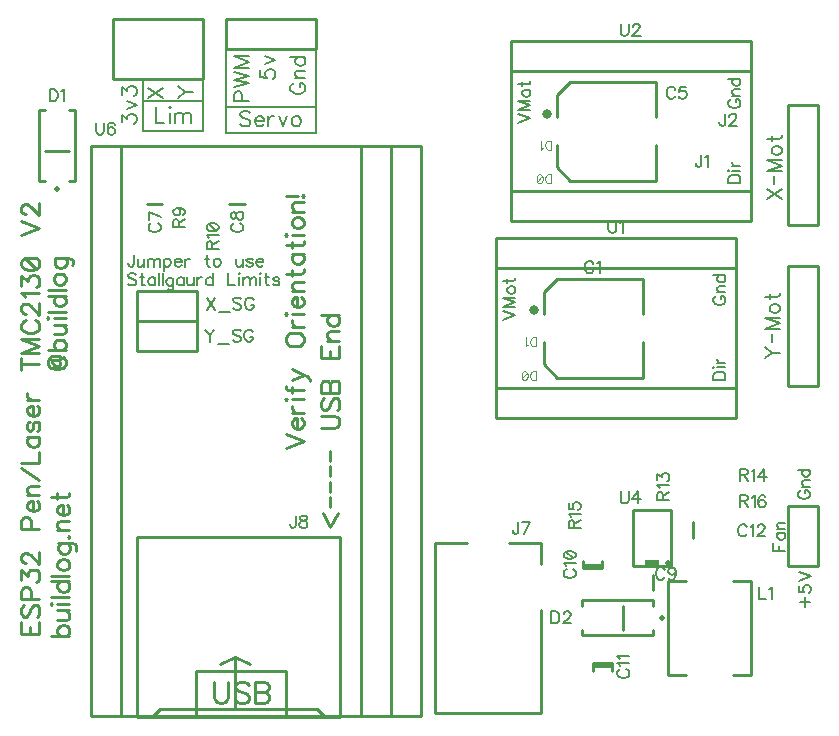
<source format=gbr>
G04 DipTrace 3.3.1.3*
G04 TopSilk.gbr*
%MOIN*%
G04 #@! TF.FileFunction,Legend,Top*
G04 #@! TF.Part,Single*
%ADD10C,0.009843*%
%ADD22C,0.008*%
%ADD23C,0.031499*%
%ADD28C,0.019677*%
%ADD30C,0.019695*%
%ADD46C,0.019705*%
%ADD107C,0.006176*%
%ADD108C,0.00772*%
%ADD109C,0.009264*%
%ADD111C,0.004632*%
%ADD112C,0.010807*%
%FSLAX26Y26*%
G04*
G70*
G90*
G75*
G01*
G04 TopSilk*
%LPD*%
X2224532Y1852451D2*
D10*
X2509775D1*
X2179606Y1807571D2*
X2224532Y1852451D1*
Y1522451D2*
X2509775D1*
X2179606Y1567331D2*
X2224532Y1522451D1*
X2179606Y1734707D2*
Y1807571D1*
Y1567331D2*
Y1640195D1*
X2509775Y1734707D2*
Y1852451D1*
Y1522451D2*
Y1640195D1*
D23*
X2147835Y1746488D3*
X2268282Y2508700D2*
D10*
X2553526D1*
X2223356Y2463820D2*
X2268282Y2508700D1*
Y2178700D2*
X2553526D1*
X2223356Y2223580D2*
X2268282Y2178700D1*
X2223356Y2390956D2*
Y2463820D1*
Y2223580D2*
Y2296444D1*
X2553526Y2390956D2*
Y2508700D1*
Y2178700D2*
Y2296444D1*
D23*
X2191586Y2402737D3*
X906771Y2102340D2*
D10*
X855629D1*
X1181771D2*
X1130629D1*
X2544613Y864562D2*
Y813420D1*
X2372718Y896779D2*
X2309789D1*
X2372718Y889330D2*
X2309789D1*
X2372718D2*
Y912889D1*
X2309789Y889330D2*
Y912889D1*
X2343023Y562183D2*
X2405952D1*
X2343023Y569632D2*
X2405952D1*
X2343023D2*
Y546073D1*
X2405952Y569632D2*
Y546073D1*
X2676894Y989420D2*
Y1040562D1*
X516834Y2179321D2*
X497145D1*
Y2415545D1*
X516834D1*
X595566Y2179321D2*
X615255D1*
Y2415545D1*
X595566D1*
X516834Y2277767D2*
X595566D1*
D28*
X556200Y2149807D3*
X2542633Y682625D2*
D10*
Y662936D1*
X2306408D1*
Y682625D1*
X2542633Y761357D2*
Y781046D1*
X2306408D1*
Y761357D1*
X2444187Y682625D2*
Y761357D1*
D30*
X2572147Y721991D3*
X1668700Y1919400D2*
D10*
Y1927000D1*
Y467800D2*
Y2293700D1*
Y393700D2*
Y467800D1*
X1768700Y393700D2*
X1668700D1*
X1768700D2*
Y2293700D1*
X1668700D1*
X3093700Y2431200D2*
X2993700D1*
X3093700Y2031200D2*
Y2431200D1*
X2993700Y2031200D2*
Y2431200D1*
X3093700Y2031200D2*
X2993700D1*
X852000Y2518700D2*
X1043700D1*
X743700D2*
X1043700D1*
X743700Y2718700D2*
X1043700D1*
X743700Y2518700D2*
Y2718700D1*
X1043700Y2518700D2*
Y2718700D1*
X3093700Y1893700D2*
X2993700D1*
X3093700Y1493700D2*
Y1893700D1*
X2993700Y1493700D2*
Y1893700D1*
X3093700Y1493700D2*
X2993700D1*
X1118719Y2718705D2*
X1418681D1*
Y2618700D1*
X1118719D1*
Y2718705D1*
X2170885Y748796D2*
Y404330D1*
X1816543D1*
Y408265D1*
Y404330D2*
Y971264D1*
X1922837D1*
X2064550D2*
X2170885D1*
Y902336D1*
X874954Y391291D2*
X899929Y416311D1*
X824936Y391291D2*
X1499936D1*
Y991291D1*
X824936D1*
Y391291D1*
X899929Y416311D2*
X1424944D1*
X1449919Y391291D1*
X1149949Y416311D2*
Y591271D1*
X1099931Y566311D1*
X1149949Y591271D2*
X1199966Y566311D1*
X1024949Y1712451D2*
Y1812451D1*
X824949Y1712451D2*
X1024949D1*
X824949D2*
Y1812451D1*
X1024949D1*
Y1612451D2*
Y1712451D1*
X824949Y1612451D2*
X1024949D1*
X824949D2*
Y1712451D1*
X1024949D1*
X2809436Y846081D2*
X2868495D1*
Y531114D1*
X2809436D1*
X2651964D2*
X2592905D1*
Y846081D1*
X2651964D1*
X2018700Y1387451D2*
X2818700D1*
Y1487471D1*
X2018700D1*
Y1387451D1*
Y1887431D2*
X2818700D1*
Y1987451D1*
X2018700D1*
Y1887431D1*
Y1487471D2*
X2818700D1*
Y1887431D1*
X2018700D1*
Y1487471D1*
X2068700Y2043700D2*
X2868700D1*
Y2143720D1*
X2068700D1*
Y2043700D1*
Y2543680D2*
X2868700D1*
Y2643700D1*
X2068700D1*
Y2543680D1*
Y2143720D2*
X2868700D1*
Y2543680D1*
X2068700D1*
Y2143720D1*
X2475894Y893254D2*
X2603851D1*
Y1080262D1*
X2475894D1*
Y893254D1*
D46*
X2593999Y903100D3*
G36*
X2515249Y893254D2*
X2564469D1*
Y912946D1*
X2515249D1*
Y893254D1*
G37*
X668700Y2293717D2*
D10*
X1668700D1*
Y393700D1*
X668700D1*
Y2293717D1*
X768700D2*
Y393700D1*
X1568700Y2293717D2*
Y393700D1*
X852600Y2294145D2*
D3*
X1018700Y543600D2*
X1318700D1*
Y393700D1*
X1018700D1*
Y543600D1*
X3093700Y1093700D2*
X2993700D1*
X3093700Y893700D2*
Y1093700D1*
Y893700D2*
X2993700D1*
Y1093700D1*
X843700Y2518700D2*
D22*
X1043700D1*
Y2343700D1*
X843700D1*
Y2518700D1*
Y2443700D2*
X1043700D1*
X1118700Y2618700D2*
X1418700D1*
Y2424949D1*
X1118700D1*
Y2618700D1*
Y2424949D2*
X1418700D1*
Y2337451D1*
X1118700D1*
Y2424949D1*
X2344614Y1901479D2*
D107*
X2342713Y1905281D1*
X2338866Y1909128D1*
X2335064Y1911029D1*
X2327414D1*
X2323568Y1909128D1*
X2319765Y1905281D1*
X2317820Y1901479D1*
X2315918Y1895731D1*
Y1886136D1*
X2317820Y1880432D1*
X2319765Y1876585D1*
X2323568Y1872783D1*
X2327414Y1870837D1*
X2335064D1*
X2338866Y1872783D1*
X2342713Y1876585D1*
X2344614Y1880432D1*
X2356966Y1903336D2*
X2360812Y1905281D1*
X2366560Y1910985D1*
Y1870837D1*
X2617265Y2482728D2*
X2615364Y2486530D1*
X2611517Y2490377D1*
X2607714Y2492278D1*
X2600065D1*
X2596218Y2490377D1*
X2592416Y2486530D1*
X2590470Y2482728D1*
X2588569Y2476980D1*
Y2467385D1*
X2590470Y2461681D1*
X2592416Y2457834D1*
X2596218Y2454032D1*
X2600065Y2452086D1*
X2607714D1*
X2611517Y2454032D1*
X2615364Y2457834D1*
X2617265Y2461681D1*
X2652564Y2492234D2*
X2633463D1*
X2631562Y2475034D1*
X2633463Y2476936D1*
X2639211Y2478881D1*
X2644915D1*
X2650663Y2476936D1*
X2654510Y2473133D1*
X2656411Y2467385D1*
Y2463583D1*
X2654510Y2457834D1*
X2650663Y2453988D1*
X2644915Y2452086D1*
X2639211D1*
X2633463Y2453988D1*
X2631562Y2455933D1*
X2629616Y2459736D1*
X871394Y2036743D2*
X867591Y2034841D1*
X863745Y2030995D1*
X861843Y2027192D1*
Y2019543D1*
X863745Y2015696D1*
X867591Y2011894D1*
X871394Y2009948D1*
X877142Y2008047D1*
X886737D1*
X892441Y2009948D1*
X896287Y2011894D1*
X900090Y2015696D1*
X902035Y2019543D1*
Y2027192D1*
X900090Y2030995D1*
X896287Y2034841D1*
X892441Y2036743D1*
X902035Y2056743D2*
X861888Y2075889D1*
Y2049094D1*
X1146394Y2036765D2*
X1142591Y2034864D1*
X1138745Y2031017D1*
X1136843Y2027214D1*
Y2019565D1*
X1138745Y2015718D1*
X1142591Y2011916D1*
X1146394Y2009970D1*
X1152142Y2008069D1*
X1161737D1*
X1167441Y2009970D1*
X1171287Y2011916D1*
X1175090Y2015718D1*
X1177035Y2019565D1*
Y2027214D1*
X1175090Y2031017D1*
X1171287Y2034864D1*
X1167441Y2036765D1*
X1136888Y2058667D2*
X1138789Y2052963D1*
X1142591Y2051018D1*
X1146438D1*
X1150241Y2052963D1*
X1152186Y2056766D1*
X1154087Y2064415D1*
X1155989Y2070163D1*
X1159836Y2073965D1*
X1163638Y2075867D1*
X1169386D1*
X1173189Y2073965D1*
X1175134Y2072064D1*
X1177035Y2066316D1*
Y2058667D1*
X1175134Y2052963D1*
X1173189Y2051017D1*
X1169386Y2049116D1*
X1163638D1*
X1159836Y2051017D1*
X1155989Y2054864D1*
X1154087Y2060568D1*
X1152186Y2068217D1*
X1150241Y2072064D1*
X1146438Y2073965D1*
X1142591D1*
X1138789Y2072064D1*
X1136888Y2066316D1*
Y2058667D1*
X2581962Y880047D2*
X2580061Y883849D1*
X2576214Y887696D1*
X2572412Y889597D1*
X2564762D1*
X2560916Y887696D1*
X2557113Y883849D1*
X2555168Y880047D1*
X2553266Y874299D1*
Y864704D1*
X2555168Y859000D1*
X2557113Y855153D1*
X2560916Y851351D1*
X2564762Y849405D1*
X2572412D1*
X2576214Y851351D1*
X2580061Y855153D1*
X2581962Y859000D1*
X2619207Y876200D2*
X2617262Y870452D1*
X2613459Y866605D1*
X2607711Y864704D1*
X2605810D1*
X2600062Y866605D1*
X2596259Y870452D1*
X2594314Y876200D1*
Y878101D1*
X2596259Y883849D1*
X2600062Y887652D1*
X2605810Y889553D1*
X2607711D1*
X2613459Y887652D1*
X2617262Y883849D1*
X2619207Y876200D1*
Y866605D1*
X2617262Y857055D1*
X2613459Y851307D1*
X2607711Y849405D1*
X2603909D1*
X2598160Y851307D1*
X2596259Y855153D1*
X2255293Y883411D2*
X2251490Y881510D1*
X2247644Y877663D1*
X2245742Y873861D1*
Y866212D1*
X2247644Y862365D1*
X2251490Y858562D1*
X2255293Y856617D1*
X2261041Y854715D1*
X2270636D1*
X2276339Y856617D1*
X2280186Y858562D1*
X2283989Y862365D1*
X2285934Y866211D1*
Y873861D1*
X2283989Y877663D1*
X2280186Y881510D1*
X2276340Y883411D1*
X2253436Y895763D2*
X2251490Y899610D1*
X2245787Y905358D1*
X2285934Y905357D1*
X2245787Y929205D2*
X2247688Y923457D1*
X2253436Y919610D1*
X2262986Y917709D1*
X2268734D1*
X2278285Y919610D1*
X2284033Y923457D1*
X2285934Y929205D1*
Y933007D1*
X2284033Y938756D1*
X2278285Y942558D1*
X2268734Y944504D1*
X2262986D1*
X2253436Y942558D1*
X2247688Y938756D1*
X2245787Y933008D1*
Y929205D1*
X2253436Y942558D2*
X2278285Y919610D1*
X2433777Y550254D2*
X2429975Y548353D1*
X2426128Y544506D1*
X2424227Y540704D1*
Y533054D1*
X2426128Y529208D1*
X2429975Y525405D1*
X2433777Y523459D1*
X2439525Y521558D1*
X2449120D1*
X2454824Y523459D1*
X2458671Y525405D1*
X2462473Y529207D1*
X2464419Y533054D1*
Y540703D1*
X2462473Y544506D1*
X2458671Y548353D1*
X2454824Y550254D1*
X2431920Y562605D2*
X2429975Y566452D1*
X2424271Y572200D1*
X2464419D1*
X2431920Y584552D2*
X2429975Y588398D1*
X2424271Y594146D1*
X2464419D1*
X2856073Y1023560D2*
X2854171Y1027362D1*
X2850325Y1031209D1*
X2846522Y1033110D1*
X2838873D1*
X2835026Y1031209D1*
X2831224Y1027362D1*
X2829278Y1023560D1*
X2827377Y1017812D1*
Y1008217D1*
X2829278Y1002513D1*
X2831224Y998667D1*
X2835026Y994864D1*
X2838873Y992918D1*
X2846522D1*
X2850325Y994864D1*
X2854171Y998667D1*
X2856073Y1002513D1*
X2868424Y1025417D2*
X2872271Y1027362D1*
X2878019Y1033066D1*
Y992918D1*
X2892316Y1023516D2*
Y1025417D1*
X2894217Y1029264D1*
X2896118Y1031165D1*
X2899965Y1033066D1*
X2907614D1*
X2911417Y1031165D1*
X2913318Y1029264D1*
X2915264Y1025417D1*
Y1021614D1*
X2913318Y1017768D1*
X2909516Y1012064D1*
X2890370Y992918D1*
X2917165D1*
X531830Y2483971D2*
Y2443779D1*
X545227D1*
X550975Y2445725D1*
X554822Y2449527D1*
X556723Y2453374D1*
X558624Y2459078D1*
Y2468673D1*
X556723Y2474421D1*
X554822Y2478223D1*
X550975Y2482070D1*
X545227Y2483971D1*
X531830D1*
X570976Y2476278D2*
X574822Y2478223D1*
X580570Y2483927D1*
Y2443779D1*
X2204546Y743134D2*
Y702942D1*
X2217943D1*
X2223691Y704888D1*
X2227538Y708690D1*
X2229439Y712537D1*
X2231341Y718241D1*
Y727835D1*
X2229439Y733584D1*
X2227538Y737386D1*
X2223691Y741233D1*
X2217943Y743134D1*
X2204546D1*
X2245637Y733539D2*
Y735441D1*
X2247539Y739287D1*
X2249440Y741189D1*
X2253287Y743090D1*
X2260936D1*
X2264739Y741189D1*
X2266640Y739287D1*
X2268585Y735441D1*
Y731638D1*
X2266640Y727791D1*
X2262837Y722087D1*
X2243692Y702942D1*
X2270487D1*
X2704800Y2264778D2*
Y2234181D1*
X2702898Y2228433D1*
X2700953Y2226532D1*
X2697150Y2224586D1*
X2693304D1*
X2689501Y2226532D1*
X2687600Y2228433D1*
X2685654Y2234181D1*
Y2237984D1*
X2717151Y2257085D2*
X2720998Y2259030D1*
X2726746Y2264734D1*
Y2224586D1*
X2783700Y2402278D2*
Y2371681D1*
X2781798Y2365933D1*
X2779853Y2364032D1*
X2776050Y2362086D1*
X2772204D1*
X2768401Y2364032D1*
X2766500Y2365933D1*
X2764554Y2371681D1*
Y2375484D1*
X2797997Y2392684D2*
Y2394585D1*
X2799898Y2398432D1*
X2801799Y2400333D1*
X2805646Y2402234D1*
X2813295D1*
X2817098Y2400333D1*
X2818999Y2398432D1*
X2820944Y2394585D1*
Y2390782D1*
X2818999Y2386936D1*
X2815196Y2381232D1*
X2796051Y2362086D1*
X2822846D1*
X2094826Y1041649D2*
Y1011051D1*
X2092924Y1005303D1*
X2090979Y1003402D1*
X2087176Y1001457D1*
X2083330D1*
X2079527Y1003402D1*
X2077626Y1005303D1*
X2075680Y1011051D1*
Y1014854D1*
X2114826Y1001457D2*
X2133972Y1041604D1*
X2107177D1*
X1352458Y1062369D2*
Y1031772D1*
X1350557Y1026024D1*
X1348611Y1024122D1*
X1344809Y1022177D1*
X1340962D1*
X1337159Y1024122D1*
X1335258Y1026024D1*
X1333313Y1031772D1*
Y1035574D1*
X1374360Y1062325D2*
X1368656Y1060424D1*
X1366711Y1056621D1*
Y1052774D1*
X1368656Y1048972D1*
X1372459Y1047026D1*
X1380108Y1045125D1*
X1385856Y1043224D1*
X1389659Y1039377D1*
X1391560Y1035574D1*
Y1029826D1*
X1389659Y1026024D1*
X1387757Y1024078D1*
X1382009Y1022177D1*
X1374360D1*
X1368656Y1024078D1*
X1366711Y1026024D1*
X1364809Y1029826D1*
Y1035574D1*
X1366711Y1039377D1*
X1370557Y1043224D1*
X1376261Y1045125D1*
X1383911Y1047026D1*
X1387757Y1048972D1*
X1389659Y1052774D1*
Y1056621D1*
X1387757Y1060424D1*
X1382009Y1062325D1*
X1374360D1*
X2895753Y824038D2*
Y783846D1*
X2918701D1*
X2931052Y816345D2*
X2934899Y818290D1*
X2940647Y823994D1*
Y783846D1*
X962239Y2024082D2*
Y2041282D1*
X960294Y2047030D1*
X958393Y2048975D1*
X954590Y2050877D1*
X950743D1*
X946941Y2048975D1*
X944995Y2047030D1*
X943094Y2041282D1*
Y2024082D1*
X983286D1*
X962239Y2037479D2*
X983286Y2050877D1*
X956491Y2088121D2*
X962239Y2086176D1*
X966086Y2082373D1*
X967987Y2076625D1*
Y2074724D1*
X966086Y2068976D1*
X962239Y2065173D1*
X956491Y2063228D1*
X954590D1*
X948842Y2065173D1*
X945040Y2068976D1*
X943138Y2074724D1*
Y2076625D1*
X945040Y2082373D1*
X948842Y2086176D1*
X956491Y2088121D1*
X966086D1*
X975637Y2086176D1*
X981385Y2082373D1*
X983286Y2076625D1*
Y2072823D1*
X981385Y2067075D1*
X977538Y2065173D1*
X1074739Y1949658D2*
Y1966858D1*
X1072794Y1972606D1*
X1070893Y1974552D1*
X1067090Y1976453D1*
X1063243D1*
X1059441Y1974552D1*
X1057495Y1972606D1*
X1055594Y1966858D1*
Y1949658D1*
X1095786D1*
X1074739Y1963056D2*
X1095786Y1976453D1*
X1063288Y1988804D2*
X1061342Y1992651D1*
X1055638Y1998399D1*
X1095786D1*
X1055638Y2022246D2*
X1057540Y2016498D1*
X1063288Y2012652D1*
X1072838Y2010750D1*
X1078586D1*
X1088137Y2012652D1*
X1093885Y2016498D1*
X1095786Y2022246D1*
Y2026049D1*
X1093885Y2031797D1*
X1088137Y2035600D1*
X1078586Y2037545D1*
X1072838D1*
X1063288Y2035600D1*
X1057540Y2031797D1*
X1055638Y2026049D1*
Y2022246D1*
X1063288Y2035600D2*
X1088137Y2012652D1*
X2576793Y1115646D2*
Y1132846D1*
X2574848Y1138594D1*
X2572946Y1140540D1*
X2569144Y1142441D1*
X2565297D1*
X2561495Y1140540D1*
X2559549Y1138594D1*
X2557648Y1132846D1*
Y1115646D1*
X2597840D1*
X2576793Y1129044D2*
X2597840Y1142441D1*
X2565341Y1154792D2*
X2563396Y1158639D1*
X2557692Y1164387D1*
X2597840D1*
X2557692Y1180585D2*
Y1201588D1*
X2572991Y1190136D1*
Y1195884D1*
X2574892Y1199686D1*
X2576793Y1201588D1*
X2582541Y1203533D1*
X2586344D1*
X2592092Y1201588D1*
X2595939Y1197785D1*
X2597840Y1192037D1*
Y1186289D1*
X2595939Y1180585D1*
X2593993Y1178684D1*
X2590191Y1176739D1*
X2832707Y1198452D2*
X2849907D1*
X2855655Y1200397D1*
X2857601Y1202299D1*
X2859502Y1206101D1*
Y1209948D1*
X2857601Y1213751D1*
X2855655Y1215696D1*
X2849907Y1217597D1*
X2832707D1*
Y1177405D1*
X2846105Y1198452D2*
X2859502Y1177405D1*
X2871854Y1209904D2*
X2875700Y1211849D1*
X2881448Y1217553D1*
Y1177405D1*
X2912945D2*
Y1217553D1*
X2893800Y1190803D1*
X2922496D1*
X2281042Y1020146D2*
X2281043Y1037346D1*
X2279097Y1043094D1*
X2277196Y1045040D1*
X2273393Y1046941D1*
X2269546D1*
X2265744Y1045040D1*
X2263798Y1043094D1*
X2261897Y1037346D1*
Y1020146D1*
X2302089D1*
X2281043Y1033544D2*
X2302089Y1046941D1*
X2269591Y1059292D2*
X2267645Y1063139D1*
X2261941Y1068887D1*
X2302089D1*
X2261941Y1104187D2*
Y1085085D1*
X2279141Y1083184D1*
X2277240Y1085085D1*
X2275295Y1090833D1*
Y1096537D1*
X2277240Y1102285D1*
X2281043Y1106132D1*
X2286791Y1108033D1*
X2290593D1*
X2296341Y1106132D1*
X2300188Y1102285D1*
X2302089Y1096537D1*
Y1090833D1*
X2300188Y1085085D1*
X2298242Y1083184D1*
X2294440Y1081239D1*
X2833185Y1111452D2*
X2850385D1*
X2856133Y1113397D1*
X2858078Y1115299D1*
X2859979Y1119101D1*
Y1122948D1*
X2858078Y1126751D1*
X2856133Y1128696D1*
X2850385Y1130597D1*
X2833185D1*
Y1090405D1*
X2846582Y1111452D2*
X2859979Y1090405D1*
X2872331Y1122904D2*
X2876177Y1124849D1*
X2881926Y1130553D1*
Y1090405D1*
X2917225Y1124849D2*
X2915324Y1128652D1*
X2909576Y1130553D1*
X2905773D1*
X2900025Y1128652D1*
X2896178Y1122904D1*
X2894277Y1113353D1*
Y1103803D1*
X2896178Y1096153D1*
X2900025Y1092307D1*
X2905773Y1090405D1*
X2907674D1*
X2913378Y1092307D1*
X2917225Y1096153D1*
X2919126Y1101901D1*
Y1103803D1*
X2917225Y1109551D1*
X2913378Y1113353D1*
X2907674Y1115255D1*
X2905773D1*
X2900025Y1113353D1*
X2896178Y1109551D1*
X2894277Y1103803D1*
X2394330Y2046029D2*
Y2017333D1*
X2396231Y2011585D1*
X2400078Y2007783D1*
X2405826Y2005837D1*
X2409628D1*
X2415376Y2007783D1*
X2419223Y2011585D1*
X2421124Y2017333D1*
Y2046029D1*
X2433476Y2038336D2*
X2437322Y2040281D1*
X2443070Y2045985D1*
Y2005837D1*
X2435730Y2702278D2*
Y2673583D1*
X2437631Y2667834D1*
X2441478Y2664032D1*
X2447226Y2662086D1*
X2451028D1*
X2456776Y2664032D1*
X2460623Y2667834D1*
X2462524Y2673583D1*
Y2702278D1*
X2476821Y2692684D2*
Y2694585D1*
X2478722Y2698432D1*
X2480624Y2700333D1*
X2484470Y2702234D1*
X2492120D1*
X2495922Y2700333D1*
X2497824Y2698432D1*
X2499769Y2694585D1*
Y2690782D1*
X2497824Y2686936D1*
X2494021Y2681232D1*
X2474876Y2662086D1*
X2501670D1*
X2435003Y1143613D2*
Y1114917D1*
X2436905Y1109169D1*
X2440751Y1105367D1*
X2446499Y1103421D1*
X2450302D1*
X2456050Y1105367D1*
X2459897Y1109169D1*
X2461798Y1114917D1*
Y1143613D1*
X2493295Y1103421D2*
Y1143569D1*
X2474149Y1116818D1*
X2502845D1*
X686702Y2371767D2*
Y2343071D1*
X688604Y2337323D1*
X692450Y2333520D1*
X698198Y2331575D1*
X702001D1*
X707749Y2333520D1*
X711596Y2337323D1*
X713497Y2343071D1*
Y2371767D1*
X748796Y2366019D2*
X746895Y2369821D1*
X741147Y2371722D1*
X737345D1*
X731596Y2369821D1*
X727750Y2364073D1*
X725848Y2354523D1*
Y2344972D1*
X727750Y2337323D1*
X731596Y2333476D1*
X737345Y2331575D1*
X739246D1*
X744950Y2333476D1*
X748796Y2337323D1*
X750698Y2343071D1*
Y2344972D1*
X748796Y2350720D1*
X744950Y2354523D1*
X739246Y2356424D1*
X737345D1*
X731596Y2354523D1*
X727750Y2350720D1*
X725848Y2344972D1*
X1200946Y2403232D2*
D108*
X1196192Y2408041D1*
X1189007Y2410417D1*
X1179446D1*
X1172261Y2408041D1*
X1167452Y2403232D1*
Y2398479D1*
X1169884Y2393670D1*
X1172261Y2391294D1*
X1177014Y2388917D1*
X1191384Y2384109D1*
X1196192Y2381732D1*
X1198569Y2379300D1*
X1200946Y2374547D1*
Y2367362D1*
X1196192Y2362609D1*
X1189007Y2360177D1*
X1179446D1*
X1172261Y2362609D1*
X1167452Y2367362D1*
X1216385Y2379300D2*
X1245070D1*
Y2384109D1*
X1242693Y2388917D1*
X1240316Y2391294D1*
X1235508Y2393670D1*
X1228323D1*
X1223570Y2391294D1*
X1218761Y2386485D1*
X1216385Y2379300D1*
Y2374547D1*
X1218761Y2367362D1*
X1223570Y2362609D1*
X1228323Y2360177D1*
X1235508D1*
X1240316Y2362609D1*
X1245070Y2367362D1*
X1260509Y2393670D2*
Y2360177D1*
Y2379300D2*
X1262941Y2386485D1*
X1267694Y2391294D1*
X1272502Y2393670D1*
X1279687D1*
X1295127D2*
X1309497Y2360177D1*
X1323812Y2393670D1*
X1351189D2*
X1346436Y2391294D1*
X1341627Y2386485D1*
X1339251Y2379300D1*
Y2374547D1*
X1341627Y2367362D1*
X1346436Y2362609D1*
X1351189Y2360177D1*
X1358374D1*
X1363183Y2362609D1*
X1367936Y2367362D1*
X1370368Y2374547D1*
Y2379300D1*
X1367936Y2386485D1*
X1363183Y2391294D1*
X1358374Y2393670D1*
X1351189D1*
X772083Y2373136D2*
Y2399389D1*
X791206Y2385074D1*
Y2392259D1*
X793583Y2397013D1*
X795959Y2399389D1*
X803144Y2401821D1*
X807897D1*
X815082Y2399389D1*
X819891Y2394636D1*
X822268Y2387451D1*
Y2380266D1*
X819891Y2373136D1*
X817459Y2370760D1*
X812706Y2368328D1*
X788774Y2417260D2*
X822267Y2431630D1*
X788774Y2445945D1*
X772083Y2466193D2*
Y2492446D1*
X791206Y2478131D1*
Y2485316D1*
X793583Y2490069D1*
X795959Y2492446D1*
X803144Y2494878D1*
X807897D1*
X815082Y2492446D1*
X819891Y2487693D1*
X822267Y2480508D1*
Y2473322D1*
X819891Y2466193D1*
X817459Y2463816D1*
X812706Y2461384D1*
X859527Y2455828D2*
X909768Y2489321D1*
X859528D2*
X909767Y2455828D1*
X959527D2*
X983459Y2474951D1*
X1009768D1*
X959528Y2494074D2*
X983459Y2474951D1*
X1173336Y2443328D2*
Y2464883D1*
X1170959Y2472013D1*
X1168527Y2474444D1*
X1163774Y2476821D1*
X1156589D1*
X1151836Y2474444D1*
X1149404Y2472013D1*
X1147027Y2464883D1*
Y2443328D1*
X1197267D1*
X1147028Y2492260D2*
X1197268Y2504254D1*
X1147028Y2516192D1*
X1197267Y2528130D1*
X1147028Y2540124D1*
X1197267Y2593809D2*
X1147028D1*
X1197267Y2574686D1*
X1147028Y2555563D1*
X1197267D1*
X1234583Y2547013D2*
Y2523136D1*
X1256083Y2520760D1*
X1253706Y2523136D1*
X1251274Y2530321D1*
Y2537451D1*
X1253706Y2544636D1*
X1258459Y2549444D1*
X1265644Y2551821D1*
X1270397D1*
X1277582Y2549444D1*
X1282391Y2544636D1*
X1284768Y2537451D1*
Y2530321D1*
X1282391Y2523136D1*
X1279959Y2520760D1*
X1275206Y2518328D1*
X1251274Y2567260D2*
X1284767Y2581630D1*
X1251274Y2595945D1*
X1346466Y2504198D2*
X1341713Y2501821D1*
X1336904Y2497013D1*
X1334527Y2492259D1*
Y2482698D1*
X1336904Y2477889D1*
X1341713Y2473136D1*
X1346466Y2470704D1*
X1353651Y2468328D1*
X1365644D1*
X1372774Y2470704D1*
X1377582Y2473136D1*
X1382336Y2477889D1*
X1384768Y2482698D1*
Y2492259D1*
X1382336Y2497012D1*
X1377582Y2501821D1*
X1372774Y2504198D1*
X1365644D1*
Y2492259D1*
X1351274Y2519637D2*
X1384768D1*
X1360836D2*
X1353651Y2526822D1*
X1351274Y2531630D1*
Y2538760D1*
X1353651Y2543568D1*
X1360836Y2545945D1*
X1384767D1*
X1334528Y2590069D2*
X1384767D1*
X1358459D2*
X1353651Y2585316D1*
X1351274Y2580508D1*
Y2573322D1*
X1353651Y2568569D1*
X1358459Y2563761D1*
X1365644Y2561384D1*
X1370397D1*
X1377582Y2563761D1*
X1382336Y2568569D1*
X1384767Y2573322D1*
Y2580508D1*
X1382336Y2585316D1*
X1377582Y2590069D1*
X437919Y706373D2*
D109*
Y669100D1*
X498207D1*
Y706373D1*
X466637Y669100D2*
Y692048D1*
X446541Y765092D2*
X440771Y759389D1*
X437919Y750767D1*
Y739293D1*
X440771Y730671D1*
X446541Y724900D1*
X452245D1*
X458015Y727819D1*
X460867Y730671D1*
X463719Y736374D1*
X469489Y753618D1*
X472341Y759389D1*
X475259Y762240D1*
X480963Y765092D1*
X489585D1*
X495289Y759389D1*
X498207Y750767D1*
Y739293D1*
X495289Y730671D1*
X489585Y724900D1*
X469489Y783619D2*
Y809486D1*
X466637Y818041D1*
X463719Y820960D1*
X458015Y823811D1*
X449393D1*
X443689Y820960D1*
X440771Y818041D1*
X437919Y809486D1*
Y783620D1*
X498207Y783619D1*
X437986Y848109D2*
Y879612D1*
X460933Y862435D1*
Y871057D1*
X463785Y876760D1*
X466637Y879612D1*
X475259Y882531D1*
X480963D1*
X489585Y879612D1*
X495355Y873909D1*
X498207Y865286D1*
Y856664D1*
X495355Y848109D1*
X492437Y845257D1*
X486733Y842339D1*
X452311Y903976D2*
X449460D1*
X443689Y906828D1*
X440837Y909680D1*
X437986Y915450D1*
Y926924D1*
X440837Y932628D1*
X443689Y935480D1*
X449460Y938398D1*
X455163D1*
X460933Y935480D1*
X469489Y929776D1*
X498207Y901058D1*
Y941250D1*
X469489Y1018098D2*
Y1043964D1*
X466637Y1052520D1*
X463719Y1055438D1*
X458015Y1058290D1*
X449393D1*
X443689Y1055438D1*
X440771Y1052520D1*
X437919Y1043964D1*
Y1018098D1*
X498207D1*
X475259Y1076817D2*
Y1111239D1*
X469489D1*
X463719Y1108387D1*
X460867Y1105535D1*
X458015Y1099765D1*
Y1091143D1*
X460867Y1085439D1*
X466637Y1079669D1*
X475259Y1076817D1*
X480963D1*
X489585Y1079669D1*
X495289Y1085439D1*
X498207Y1091143D1*
Y1099765D1*
X495289Y1105535D1*
X489585Y1111239D1*
X458015Y1129766D2*
X498207D1*
X469489D2*
X460867Y1138388D1*
X458015Y1144158D1*
Y1152714D1*
X460867Y1158484D1*
X469489Y1161336D1*
X498207D1*
Y1179863D2*
X437986Y1220055D1*
X437919Y1238582D2*
X498207D1*
Y1273004D1*
X458015Y1325953D2*
X498207D1*
X466637D2*
X460867Y1320249D1*
X458015Y1314479D1*
Y1305923D1*
X460867Y1300153D1*
X466637Y1294449D1*
X475259Y1291531D1*
X480963D1*
X489585Y1294449D1*
X495289Y1300153D1*
X498207Y1305923D1*
Y1314479D1*
X495289Y1320249D1*
X489585Y1325953D1*
X466637Y1376050D2*
X460867Y1373198D1*
X458015Y1364576D1*
Y1355954D1*
X460867Y1347332D1*
X466637Y1344480D1*
X472341Y1347332D1*
X475259Y1353102D1*
X478111Y1367428D1*
X480963Y1373198D1*
X486733Y1376050D1*
X489585D1*
X495289Y1373198D1*
X498207Y1364576D1*
Y1355954D1*
X495289Y1347332D1*
X489585Y1344480D1*
X475259Y1394577D2*
Y1428999D1*
X469489D1*
X463719Y1426147D1*
X460867Y1423295D1*
X458015Y1417525D1*
Y1408903D1*
X460867Y1403199D1*
X466637Y1397429D1*
X475259Y1394577D1*
X480963D1*
X489585Y1397429D1*
X495289Y1403199D1*
X498207Y1408903D1*
Y1417525D1*
X495289Y1423295D1*
X489585Y1428999D1*
X458015Y1447526D2*
X498207D1*
X475259D2*
X466637Y1450444D1*
X460867Y1456148D1*
X458015Y1461918D1*
Y1470540D1*
X437919Y1567485D2*
X498207D1*
X437919Y1547389D2*
Y1587581D1*
X498207Y1652003D2*
X437919D1*
X498207Y1629056D1*
X437919Y1606108D1*
X498207D1*
X452245Y1713574D2*
X446541Y1710723D1*
X440771Y1704952D1*
X437919Y1699249D1*
Y1687775D1*
X440771Y1682005D1*
X446541Y1676301D1*
X452245Y1673382D1*
X460867Y1670531D1*
X475259D1*
X483815Y1673382D1*
X489585Y1676301D1*
X495289Y1682005D1*
X498207Y1687775D1*
Y1699249D1*
X495289Y1704952D1*
X489585Y1710723D1*
X483815Y1713574D1*
X452311Y1735020D2*
X449459D1*
X443689Y1737872D1*
X440837Y1740724D1*
X437986Y1746494D1*
Y1757968D1*
X440837Y1763672D1*
X443689Y1766523D1*
X449459Y1769442D1*
X455163D1*
X460933Y1766523D1*
X469489Y1760820D1*
X498207Y1732102D1*
Y1772294D1*
X449459Y1790821D2*
X446541Y1796591D1*
X437986Y1805213D1*
X498207D1*
X437986Y1829510D2*
Y1861014D1*
X460933Y1843836D1*
Y1852458D1*
X463785Y1858162D1*
X466637Y1861014D1*
X475259Y1863932D1*
X480963D1*
X489585Y1861014D1*
X495355Y1855310D1*
X498207Y1846688D1*
Y1838066D1*
X495355Y1829510D1*
X492437Y1826658D1*
X486733Y1823740D1*
X437986Y1899703D2*
X440837Y1891081D1*
X449459Y1885311D1*
X463785Y1882459D1*
X472407D1*
X486733Y1885311D1*
X495355Y1891081D1*
X498207Y1899703D1*
Y1905407D1*
X495355Y1914029D1*
X486733Y1919733D1*
X472407Y1922651D1*
X463785D1*
X449459Y1919733D1*
X440837Y1914029D1*
X437986Y1905407D1*
Y1899703D1*
X449459Y1919733D2*
X486733Y1885311D1*
X437919Y1999499D2*
X498207Y2022447D1*
X437919Y2045395D1*
X452311Y2066840D2*
X449459D1*
X443689Y2069692D1*
X440837Y2072544D1*
X437986Y2078314D1*
Y2089788D1*
X440837Y2095492D1*
X443689Y2098344D1*
X449459Y2101262D1*
X455163D1*
X460933Y2098344D1*
X469489Y2092640D1*
X498207Y2063922D1*
Y2104114D1*
X537919Y662850D2*
X598207D1*
X566637D2*
X560867Y668620D1*
X558015Y674324D1*
Y682946D1*
X560867Y688650D1*
X566637Y694420D1*
X575259Y697272D1*
X580963D1*
X589585Y694420D1*
X595289Y688650D1*
X598207Y682946D1*
Y674324D1*
X595289Y668620D1*
X589585Y662850D1*
X558015Y715799D2*
X586733D1*
X595289Y718651D1*
X598207Y724421D1*
Y733043D1*
X595289Y738747D1*
X586733Y747369D1*
X558015D2*
X598207D1*
X537919Y765896D2*
X540771Y768748D1*
X537919Y771666D1*
X535001Y768748D1*
X537919Y765896D1*
X558015Y768748D2*
X598207D1*
X537919Y790193D2*
X598207D1*
X537919Y843142D2*
X598207D1*
X566637D2*
X560867Y837439D1*
X558015Y831668D1*
Y823046D1*
X560867Y817343D1*
X566637Y811572D1*
X575259Y808721D1*
X580963D1*
X589585Y811572D1*
X595289Y817343D1*
X598207Y823046D1*
Y831668D1*
X595289Y837439D1*
X589585Y843142D1*
X537919Y861669D2*
X598207D1*
X558015Y894522D2*
X560867Y888819D1*
X566637Y883048D1*
X575259Y880197D1*
X580963D1*
X589585Y883048D1*
X595289Y888819D1*
X598207Y894522D1*
Y903144D1*
X595289Y908915D1*
X589585Y914618D1*
X580963Y917537D1*
X575259D1*
X566637Y914618D1*
X560867Y908915D1*
X558015Y903144D1*
Y894522D1*
X560867Y970486D2*
X606829D1*
X615385Y967634D1*
X618303Y964782D1*
X621155Y959012D1*
Y950390D1*
X618303Y944686D1*
X569489Y970486D2*
X563785Y964782D1*
X560867Y959012D1*
Y950390D1*
X563785Y944686D1*
X569489Y938916D1*
X578111Y936064D1*
X583881D1*
X592437Y938916D1*
X598207Y944686D1*
X601059Y950390D1*
Y959012D1*
X598207Y964782D1*
X592437Y970486D1*
Y991865D2*
X595355Y989013D1*
X598207Y991865D1*
X595355Y994783D1*
X592437Y991865D1*
X558015Y1013310D2*
X598207D1*
X569489D2*
X560867Y1021932D1*
X558015Y1027702D1*
Y1036258D1*
X560867Y1042028D1*
X569489Y1044880D1*
X598207D1*
X575259Y1063407D2*
Y1097829D1*
X569489D1*
X563719Y1094977D1*
X560867Y1092125D1*
X558015Y1086355D1*
Y1077733D1*
X560867Y1072029D1*
X566637Y1066259D1*
X575259Y1063407D1*
X580963D1*
X589585Y1066259D1*
X595289Y1072029D1*
X598207Y1077733D1*
Y1086355D1*
X595289Y1092125D1*
X589585Y1097829D1*
X537919Y1124978D2*
X586733D1*
X595289Y1127830D1*
X598207Y1133600D1*
Y1139304D1*
X558015Y1116356D2*
Y1136452D1*
X539811Y1581920D2*
Y1573298D1*
X542663Y1567594D1*
X545515Y1564676D1*
X551285Y1561824D1*
X562759D1*
X565611Y1564676D1*
Y1570446D1*
X562759Y1581920D1*
X568463Y1584772D1*
Y1587624D1*
X562759Y1593394D1*
X548433Y1596246D1*
X539811Y1593394D1*
X534041Y1590542D1*
X528337Y1584772D1*
X525486Y1579068D1*
Y1567594D1*
X528337Y1561824D1*
X534041Y1556120D1*
X539811Y1553202D1*
X548433Y1550350D1*
X562759D1*
X571381Y1553202D1*
X577085Y1556120D1*
X582855Y1561824D1*
X585707Y1567594D1*
Y1579068D1*
X582855Y1584772D1*
X577085Y1590542D1*
X536960Y1581920D2*
X562759D1*
X525419Y1614773D2*
X585707D1*
X554137D2*
X548367Y1620543D1*
X545515Y1626247D1*
Y1634869D1*
X548367Y1640573D1*
X554137Y1646343D1*
X562759Y1649195D1*
X568463D1*
X577085Y1646343D1*
X582789Y1640573D1*
X585707Y1634869D1*
Y1626247D1*
X582789Y1620543D1*
X577085Y1614773D1*
X545515Y1667722D2*
X574233D1*
X582789Y1670574D1*
X585707Y1676344D1*
Y1684966D1*
X582789Y1690670D1*
X574233Y1699292D1*
X545515D2*
X585707D1*
X525419Y1717819D2*
X528271Y1720671D1*
X525419Y1723589D1*
X522501Y1720671D1*
X525419Y1717819D1*
X545515Y1720671D2*
X585707D1*
X525419Y1742116D2*
X585707D1*
X525419Y1795065D2*
X585707D1*
X554137D2*
X548367Y1789361D1*
X545515Y1783591D1*
Y1774969D1*
X548367Y1769265D1*
X554137Y1763495D1*
X562759Y1760643D1*
X568463D1*
X577085Y1763495D1*
X582789Y1769265D1*
X585707Y1774969D1*
Y1783591D1*
X582789Y1789361D1*
X577085Y1795065D1*
X525419Y1813592D2*
X585707D1*
X545515Y1846445D2*
X548367Y1840742D1*
X554137Y1834971D1*
X562759Y1832119D1*
X568463D1*
X577085Y1834971D1*
X582789Y1840742D1*
X585707Y1846445D1*
Y1855067D1*
X582789Y1860838D1*
X577085Y1866541D1*
X568463Y1869460D1*
X562759D1*
X554137Y1866541D1*
X548367Y1860838D1*
X545515Y1855067D1*
Y1846445D1*
X548367Y1922409D2*
X594329D1*
X602885Y1919557D1*
X605803Y1916705D1*
X608655Y1910935D1*
Y1902313D1*
X605803Y1896609D1*
X556989Y1922409D2*
X551285Y1916705D1*
X548367Y1910935D1*
Y1902313D1*
X551285Y1896609D1*
X556989Y1890839D1*
X565611Y1887987D1*
X571381D1*
X579937Y1890839D1*
X585707Y1896609D1*
X588559Y1902313D1*
Y1910935D1*
X585707Y1916705D1*
X579937Y1922409D1*
X886202Y2422917D2*
D108*
Y2372677D1*
X914886D1*
X930326Y2422917D2*
X932702Y2420541D1*
X935134Y2422917D1*
X932702Y2425349D1*
X930326Y2422917D1*
X932702Y2406170D2*
Y2372677D1*
X950573Y2406170D2*
Y2372677D1*
Y2396609D2*
X957758Y2403794D1*
X962567Y2406170D1*
X969697D1*
X974505Y2403794D1*
X976882Y2396609D1*
Y2372677D1*
Y2396609D2*
X984067Y2403794D1*
X988875Y2406170D1*
X996005D1*
X1000813Y2403794D1*
X1003245Y2396609D1*
Y2372677D1*
X2915777Y1587078D2*
X2939709Y1606201D1*
X2966018D1*
X2915778Y1625324D2*
X2939709Y1606201D1*
X2940925Y1640763D2*
Y1668398D1*
X2966017Y1722084D2*
X2915778D1*
X2966017Y1702961D1*
X2915778Y1683837D1*
X2966017D1*
X2932524Y1749461D2*
X2934901Y1744708D1*
X2939709Y1739900D1*
X2946894Y1737523D1*
X2951647D1*
X2958832Y1739900D1*
X2963586Y1744708D1*
X2966017Y1749461D1*
Y1756646D1*
X2963586Y1761455D1*
X2958832Y1766208D1*
X2951647Y1768640D1*
X2946894D1*
X2939709Y1766208D1*
X2934901Y1761455D1*
X2932524Y1756646D1*
Y1749461D1*
X2915777Y1791264D2*
X2956456D1*
X2963586Y1793641D1*
X2966017Y1798449D1*
Y1803202D1*
X2932524Y1784079D2*
Y1800826D1*
X2922027Y2118328D2*
X2972268Y2151821D1*
X2922028D2*
X2972267Y2118328D1*
X2947175Y2167260D2*
Y2194895D1*
X2972267Y2248581D2*
X2922028D1*
X2972267Y2229457D1*
X2922028Y2210334D1*
X2972267D1*
X2938774Y2275958D2*
X2941151Y2271205D1*
X2945959Y2266396D1*
X2953144Y2264020D1*
X2957897D1*
X2965082Y2266396D1*
X2969836Y2271205D1*
X2972267Y2275958D1*
Y2283143D1*
X2969836Y2287952D1*
X2965082Y2292705D1*
X2957897Y2295137D1*
X2953144D1*
X2945959Y2292705D1*
X2941151Y2287952D1*
X2938774Y2283143D1*
Y2275958D1*
X2922027Y2317761D2*
X2962706D1*
X2969836Y2320138D1*
X2972267Y2324946D1*
Y2329699D1*
X2938774Y2310576D2*
Y2327323D1*
X1319171Y1287850D2*
D109*
X1379459Y1310798D1*
X1319171Y1333746D1*
X1356511Y1352273D2*
Y1386695D1*
X1350741D1*
X1344971Y1383843D1*
X1342119Y1380991D1*
X1339267Y1375221D1*
Y1366599D1*
X1342119Y1360895D1*
X1347889Y1355125D1*
X1356511Y1352273D1*
X1362215D1*
X1370837Y1355125D1*
X1376541Y1360895D1*
X1379459Y1366599D1*
Y1375221D1*
X1376541Y1380991D1*
X1370837Y1386695D1*
X1339267Y1405222D2*
X1379459D1*
X1356511D2*
X1347889Y1408140D1*
X1342119Y1413844D1*
X1339267Y1419614D1*
Y1428236D1*
X1319171Y1446763D2*
X1322023Y1449615D1*
X1319171Y1452534D1*
X1316253Y1449615D1*
X1319171Y1446763D1*
X1339267Y1449615D2*
X1379459D1*
X1319171Y1494009D2*
Y1488305D1*
X1322023Y1482535D1*
X1330645Y1479683D1*
X1379459D1*
X1339267Y1471061D2*
Y1491157D1*
Y1515454D2*
X1379459Y1532632D1*
X1390933Y1526928D1*
X1396703Y1521158D1*
X1399555Y1515454D1*
Y1512536D1*
X1339267Y1549876D2*
X1379459Y1532632D1*
X1319171Y1643968D2*
X1322023Y1638198D1*
X1327793Y1632494D1*
X1333497Y1629576D1*
X1342119Y1626724D1*
X1356511D1*
X1365067Y1629576D1*
X1370837Y1632494D1*
X1376541Y1638198D1*
X1379459Y1643968D1*
Y1655442D1*
X1376541Y1661146D1*
X1370837Y1666916D1*
X1365067Y1669768D1*
X1356511Y1672620D1*
X1342119D1*
X1333497Y1669768D1*
X1327793Y1666916D1*
X1322023Y1661146D1*
X1319171Y1655442D1*
Y1643968D1*
X1339267Y1691147D2*
X1379459D1*
X1356511D2*
X1347889Y1694065D1*
X1342119Y1699769D1*
X1339267Y1705539D1*
Y1714161D1*
X1319171Y1732688D2*
X1322023Y1735540D1*
X1319171Y1738458D1*
X1316253Y1735540D1*
X1319171Y1732688D1*
X1339267Y1735540D2*
X1379459D1*
X1356511Y1756985D2*
Y1791407D1*
X1350741D1*
X1344971Y1788555D1*
X1342119Y1785703D1*
X1339267Y1779933D1*
Y1771311D1*
X1342119Y1765607D1*
X1347889Y1759837D1*
X1356511Y1756985D1*
X1362215D1*
X1370837Y1759837D1*
X1376541Y1765607D1*
X1379459Y1771311D1*
Y1779933D1*
X1376541Y1785703D1*
X1370837Y1791407D1*
X1339267Y1809934D2*
X1379459D1*
X1350741D2*
X1342119Y1818556D1*
X1339267Y1824327D1*
Y1832882D1*
X1342119Y1838652D1*
X1350741Y1841504D1*
X1379459D1*
X1319171Y1868653D2*
X1367985D1*
X1376541Y1871505D1*
X1379459Y1877276D1*
Y1882979D1*
X1339267Y1860031D2*
Y1880127D1*
Y1935928D2*
X1379459D1*
X1347889D2*
X1342119Y1930225D1*
X1339267Y1924454D1*
Y1915899D1*
X1342119Y1910128D1*
X1347889Y1904425D1*
X1356511Y1901506D1*
X1362215D1*
X1370837Y1904425D1*
X1376541Y1910128D1*
X1379459Y1915899D1*
Y1924454D1*
X1376541Y1930225D1*
X1370837Y1935928D1*
X1319171Y1963077D2*
X1367985D1*
X1376541Y1965929D1*
X1379459Y1971700D1*
Y1977403D1*
X1339267Y1954455D2*
Y1974551D1*
X1319171Y1995930D2*
X1322023Y1998782D1*
X1319171Y2001701D1*
X1316253Y1998782D1*
X1319171Y1995930D1*
X1339267Y1998782D2*
X1379459D1*
X1339267Y2034554D2*
X1342119Y2028850D1*
X1347889Y2023080D1*
X1356511Y2020228D1*
X1362215D1*
X1370837Y2023080D1*
X1376541Y2028850D1*
X1379459Y2034554D1*
Y2043176D1*
X1376541Y2048946D1*
X1370837Y2054650D1*
X1362215Y2057568D1*
X1356511D1*
X1347889Y2054650D1*
X1342119Y2048946D1*
X1339267Y2043176D1*
Y2034554D1*
Y2076095D2*
X1379459D1*
X1350741D2*
X1342119Y2084717D1*
X1339267Y2090487D1*
Y2099043D1*
X1342119Y2104813D1*
X1350741Y2107665D1*
X1379459D1*
X1319238Y2129110D2*
X1359363D1*
X1373689D2*
X1376607Y2126192D1*
X1379459Y2129110D1*
X1376607Y2131962D1*
X1373689Y2129110D1*
X1442265Y1071246D2*
X1468131Y1025350D1*
X1493931Y1071246D1*
X1468098Y1089773D2*
Y1122935D1*
Y1141462D2*
Y1174624D1*
Y1193151D2*
Y1226312D1*
Y1244840D2*
Y1278001D1*
X1437921Y1354849D2*
X1480964D1*
X1489586Y1357701D1*
X1495290Y1363472D1*
X1498209Y1372094D1*
Y1377797D1*
X1495290Y1386419D1*
X1489586Y1392190D1*
X1480964Y1395041D1*
X1437921D1*
X1446543Y1453761D2*
X1440772Y1448057D1*
X1437921Y1439435D1*
Y1427961D1*
X1440772Y1419339D1*
X1446543Y1413569D1*
X1452246D1*
X1458017Y1416487D1*
X1460868Y1419339D1*
X1463720Y1425043D1*
X1469490Y1442287D1*
X1472342Y1448057D1*
X1475261Y1450909D1*
X1480964Y1453761D1*
X1489586D1*
X1495290Y1448057D1*
X1498209Y1439435D1*
Y1427961D1*
X1495290Y1419339D1*
X1489586Y1413569D1*
X1437921Y1472288D2*
X1498209D1*
Y1498154D1*
X1495290Y1506776D1*
X1492438Y1509628D1*
X1486735Y1512480D1*
X1478113D1*
X1472342Y1509628D1*
X1469490Y1506776D1*
X1466639Y1498154D1*
X1463720Y1506776D1*
X1460868Y1509628D1*
X1455165Y1512480D1*
X1449394D1*
X1443691Y1509628D1*
X1440772Y1506776D1*
X1437921Y1498154D1*
Y1472288D1*
X1466639D2*
Y1498154D1*
X1437921Y1626602D2*
Y1589328D1*
X1498209D1*
Y1626602D1*
X1466639Y1589328D2*
Y1612276D1*
X1458017Y1645129D2*
X1498209D1*
X1469490D2*
X1460868Y1653751D1*
X1458017Y1659521D1*
Y1668077D1*
X1460868Y1673847D1*
X1469490Y1676699D1*
X1498209D1*
X1437921Y1729648D2*
X1498209D1*
X1466639D2*
X1460868Y1723944D1*
X1458017Y1718174D1*
Y1709552D1*
X1460868Y1703848D1*
X1466639Y1698078D1*
X1475261Y1695226D1*
X1480964D1*
X1489586Y1698078D1*
X1495290Y1703848D1*
X1498209Y1709552D1*
Y1718174D1*
X1495290Y1723944D1*
X1489586Y1729648D1*
X1056595Y1789163D2*
D107*
X1083390Y1748971D1*
Y1789163D2*
X1056595Y1748971D1*
X1095741Y1742338D2*
X1132086D1*
X1171232Y1783415D2*
X1167430Y1787261D1*
X1161682Y1789163D1*
X1154032D1*
X1148284Y1787261D1*
X1144438Y1783415D1*
Y1779612D1*
X1146383Y1775765D1*
X1148284Y1773864D1*
X1152087Y1771963D1*
X1163583Y1768116D1*
X1167430Y1766215D1*
X1169331Y1764269D1*
X1171232Y1760467D1*
Y1754719D1*
X1167430Y1750916D1*
X1161682Y1748971D1*
X1154032D1*
X1148284Y1750916D1*
X1144438Y1754719D1*
X1212280Y1779612D2*
X1210378Y1783415D1*
X1206532Y1787261D1*
X1202729Y1789163D1*
X1195080D1*
X1191233Y1787261D1*
X1187430Y1783415D1*
X1185485Y1779612D1*
X1183584Y1773864D1*
Y1764269D1*
X1185485Y1758565D1*
X1187430Y1754719D1*
X1191233Y1750916D1*
X1195080Y1748971D1*
X1202729D1*
X1206532Y1750916D1*
X1210378Y1754719D1*
X1212280Y1758565D1*
Y1764269D1*
X1202729D1*
X1050345Y1682913D2*
X1065644Y1663768D1*
Y1642721D1*
X1080942Y1682913D2*
X1065644Y1663768D1*
X1093294Y1636089D2*
X1129639D1*
X1168785Y1677165D2*
X1164982Y1681012D1*
X1159234Y1682913D1*
X1151585D1*
X1145837Y1681012D1*
X1141990Y1677165D1*
Y1673363D1*
X1143936Y1669516D1*
X1145837Y1667615D1*
X1149639Y1665713D1*
X1161136Y1661867D1*
X1164982Y1659965D1*
X1166884Y1658020D1*
X1168785Y1654217D1*
Y1648469D1*
X1164982Y1644667D1*
X1159234Y1642721D1*
X1151585D1*
X1145837Y1644667D1*
X1141990Y1648469D1*
X1209832Y1673363D2*
X1207931Y1677165D1*
X1204084Y1681012D1*
X1200282Y1682913D1*
X1192632D1*
X1188786Y1681012D1*
X1184983Y1677165D1*
X1183038Y1673363D1*
X1181136Y1667615D1*
Y1658020D1*
X1183038Y1652316D1*
X1184983Y1648469D1*
X1188786Y1644667D1*
X1192632Y1642721D1*
X1200282D1*
X1204084Y1644667D1*
X1207931Y1648469D1*
X1209832Y1652316D1*
Y1658020D1*
X1200282D1*
X813240Y1932913D2*
Y1902316D1*
X811339Y1896568D1*
X809394Y1894667D1*
X805591Y1892721D1*
X801744D1*
X797942Y1894667D1*
X796040Y1896568D1*
X794095Y1902316D1*
Y1906119D1*
X825592Y1919516D2*
Y1900371D1*
X827493Y1894667D1*
X831340Y1892721D1*
X837088D1*
X840890Y1894667D1*
X846638Y1900371D1*
Y1919516D2*
Y1892721D1*
X858990Y1919516D2*
Y1892721D1*
Y1911867D2*
X864738Y1917615D1*
X868585Y1919516D1*
X874288D1*
X878135Y1917615D1*
X880036Y1911867D1*
Y1892721D1*
Y1911867D2*
X885784Y1917615D1*
X889631Y1919516D1*
X895335D1*
X899182Y1917615D1*
X901127Y1911867D1*
Y1892721D1*
X913479Y1919516D2*
Y1879324D1*
Y1913768D2*
X917325Y1917570D1*
X921128Y1919516D1*
X926876D1*
X930723Y1917570D1*
X934525Y1913768D1*
X936471Y1908020D1*
Y1904173D1*
X934525Y1898469D1*
X930723Y1894622D1*
X926876Y1892721D1*
X921128D1*
X917325Y1894622D1*
X913479Y1898469D1*
X948822Y1908020D2*
X971770D1*
Y1911867D1*
X969869Y1915713D1*
X967968Y1917615D1*
X964121Y1919516D1*
X958373D1*
X954570Y1917615D1*
X950723Y1913768D1*
X948822Y1908020D1*
Y1904217D1*
X950723Y1898469D1*
X954570Y1894667D1*
X958373Y1892721D1*
X964121D1*
X967968Y1894667D1*
X971770Y1898469D1*
X984121Y1919516D2*
Y1892721D1*
Y1908020D2*
X986067Y1913768D1*
X989869Y1917615D1*
X993716Y1919516D1*
X999464D1*
X1056444Y1932913D2*
Y1900371D1*
X1058346Y1894667D1*
X1062193Y1892721D1*
X1065995D1*
X1050696Y1919516D2*
X1064094D1*
X1087897D2*
X1084094Y1917615D1*
X1080248Y1913768D1*
X1078346Y1908020D1*
Y1904217D1*
X1080248Y1898469D1*
X1084094Y1894667D1*
X1087897Y1892721D1*
X1093645D1*
X1097492Y1894667D1*
X1101294Y1898469D1*
X1103240Y1904217D1*
Y1908020D1*
X1101294Y1913768D1*
X1097492Y1917615D1*
X1093645Y1919516D1*
X1087897D1*
X1154472D2*
Y1900371D1*
X1156373Y1894667D1*
X1160220Y1892721D1*
X1165968D1*
X1169771Y1894667D1*
X1175519Y1900371D1*
Y1919516D2*
Y1892721D1*
X1208917Y1913768D2*
X1207015Y1917615D1*
X1201267Y1919516D1*
X1195519D1*
X1189771Y1917615D1*
X1187870Y1913768D1*
X1189771Y1909965D1*
X1193618Y1908020D1*
X1203169Y1906119D1*
X1207015Y1904217D1*
X1208917Y1900371D1*
Y1898469D1*
X1207015Y1894667D1*
X1201267Y1892721D1*
X1195519D1*
X1189771Y1894667D1*
X1187870Y1898469D1*
X1221268Y1908020D2*
X1244216D1*
Y1911867D1*
X1242315Y1915713D1*
X1240413Y1917615D1*
X1236567Y1919516D1*
X1230819D1*
X1227016Y1917615D1*
X1223169Y1913768D1*
X1221268Y1908020D1*
Y1904217D1*
X1223169Y1898469D1*
X1227016Y1894667D1*
X1230819Y1892721D1*
X1236567D1*
X1240413Y1894667D1*
X1244216Y1898469D1*
X820890Y1864665D2*
X817087Y1868512D1*
X811339Y1870413D1*
X803690D1*
X797942Y1868512D1*
X794095Y1864665D1*
Y1860863D1*
X796040Y1857016D1*
X797942Y1855115D1*
X801744Y1853213D1*
X813240Y1849367D1*
X817087Y1847465D1*
X818988Y1845520D1*
X820890Y1841717D1*
Y1835969D1*
X817087Y1832167D1*
X811339Y1830221D1*
X803690D1*
X797942Y1832167D1*
X794095Y1835969D1*
X838989Y1870413D2*
Y1837871D1*
X840890Y1832167D1*
X844737Y1830221D1*
X848540D1*
X833241Y1857016D2*
X846638D1*
X883839D2*
Y1830221D1*
Y1851268D2*
X880036Y1855115D1*
X876190Y1857016D1*
X870486D1*
X866639Y1855115D1*
X862836Y1851268D1*
X860891Y1845520D1*
Y1841717D1*
X862836Y1835969D1*
X866639Y1832167D1*
X870486Y1830221D1*
X876190D1*
X880036Y1832167D1*
X883839Y1835969D1*
X896190Y1870413D2*
Y1830221D1*
X908542Y1870413D2*
Y1830221D1*
X943841Y1855115D2*
Y1824473D1*
X941940Y1818769D1*
X940038Y1816824D1*
X936192Y1814923D1*
X930444D1*
X926641Y1816824D1*
X943841Y1849367D2*
X940038Y1853169D1*
X936192Y1855115D1*
X930444D1*
X926641Y1853169D1*
X922794Y1849367D1*
X920893Y1843619D1*
Y1839772D1*
X922794Y1834068D1*
X926641Y1830221D1*
X930444Y1828320D1*
X936192D1*
X940038Y1830221D1*
X943841Y1834068D1*
X979140Y1857016D2*
Y1830221D1*
Y1851268D2*
X975338Y1855115D1*
X971491Y1857016D1*
X965787D1*
X961940Y1855115D1*
X958138Y1851268D1*
X956192Y1845520D1*
Y1841717D1*
X958138Y1835969D1*
X961940Y1832167D1*
X965787Y1830221D1*
X971491D1*
X975338Y1832167D1*
X979140Y1835969D1*
X991492Y1857016D2*
Y1837871D1*
X993393Y1832167D1*
X997240Y1830221D1*
X1002988D1*
X1006790Y1832167D1*
X1012538Y1837871D1*
Y1857016D2*
Y1830221D1*
X1024890Y1857016D2*
Y1830221D1*
Y1845520D2*
X1026835Y1851268D1*
X1030638Y1855115D1*
X1034485Y1857016D1*
X1040233D1*
X1075532Y1870413D2*
Y1830221D1*
Y1851268D2*
X1071729Y1855115D1*
X1067883Y1857016D1*
X1062135D1*
X1058332Y1855115D1*
X1054485Y1851268D1*
X1052584Y1845520D1*
Y1841717D1*
X1054485Y1835969D1*
X1058332Y1832167D1*
X1062135Y1830221D1*
X1067883D1*
X1071729Y1832167D1*
X1075532Y1835969D1*
X1126764Y1870413D2*
Y1830221D1*
X1149712D1*
X1162063Y1870413D2*
X1163965Y1868512D1*
X1165910Y1870413D1*
X1163965Y1872359D1*
X1162063Y1870413D1*
X1163965Y1857016D2*
Y1830221D1*
X1178262Y1857016D2*
Y1830221D1*
Y1849367D2*
X1184010Y1855115D1*
X1187856Y1857016D1*
X1193560D1*
X1197407Y1855115D1*
X1199308Y1849367D1*
Y1830221D1*
Y1849367D2*
X1205056Y1855115D1*
X1208903Y1857016D1*
X1214607D1*
X1218454Y1855115D1*
X1220399Y1849367D1*
Y1830221D1*
X1232750Y1870413D2*
X1234652Y1868512D1*
X1236597Y1870413D1*
X1234652Y1872359D1*
X1232750Y1870413D1*
X1234652Y1857016D2*
Y1830221D1*
X1254697Y1870413D2*
Y1837871D1*
X1256598Y1832167D1*
X1260445Y1830221D1*
X1264247D1*
X1248949Y1857016D2*
X1262346D1*
X1297645Y1851268D2*
X1295744Y1855115D1*
X1289996Y1857016D1*
X1284248D1*
X1278500Y1855115D1*
X1276599Y1851268D1*
X1278500Y1847465D1*
X1282347Y1845520D1*
X1291897Y1843619D1*
X1295744Y1841717D1*
X1297645Y1837871D1*
Y1835969D1*
X1295744Y1832167D1*
X1289996Y1830221D1*
X1284248D1*
X1278500Y1832167D1*
X1276599Y1835969D1*
X3032755Y775588D2*
X3067199D1*
X3049999Y758388D2*
Y792832D1*
X3029903Y828131D2*
Y809030D1*
X3047103Y807129D1*
X3045201Y809030D1*
X3043256Y814778D1*
Y820482D1*
X3045201Y826230D1*
X3049004Y830077D1*
X3054752Y831978D1*
X3058554D1*
X3064303Y830077D1*
X3068149Y826230D1*
X3070051Y820482D1*
Y814778D1*
X3068149Y809030D1*
X3066204Y807129D1*
X3062401Y805184D1*
X3029859Y844330D2*
X3070051Y859628D1*
X3029859Y874927D1*
X3036086Y1146657D2*
X3032284Y1144756D1*
X3028437Y1140909D1*
X3026536Y1137106D1*
Y1129457D1*
X3028437Y1125610D1*
X3032284Y1121808D1*
X3036086Y1119862D1*
X3041834Y1117961D1*
X3051429D1*
X3057133Y1119862D1*
X3060980Y1121808D1*
X3064782Y1125610D1*
X3066728Y1129457D1*
Y1137106D1*
X3064782Y1140909D1*
X3060980Y1144756D1*
X3057133Y1146657D1*
X3051429D1*
Y1137106D1*
X3039933Y1159008D2*
X3066728D1*
X3047583D2*
X3041834Y1164756D1*
X3039933Y1168603D1*
Y1174307D1*
X3041834Y1178154D1*
X3047583Y1180055D1*
X3066728D1*
X3026536Y1215354D2*
X3066728D1*
X3045681D2*
X3041834Y1211552D1*
X3039933Y1207705D1*
Y1201957D1*
X3041834Y1198154D1*
X3045681Y1194308D1*
X3051429Y1192406D1*
X3055232D1*
X3060980Y1194307D1*
X3064782Y1198154D1*
X3066728Y1201957D1*
Y1207705D1*
X3064782Y1211552D1*
X3060980Y1215354D1*
X2943385Y969756D2*
Y944862D1*
X2983577D1*
X2962530D2*
Y960161D1*
X2956782Y1005055D2*
X2983577D1*
X2962530D2*
X2958683Y1001252D1*
X2956782Y997406D1*
Y991702D1*
X2958683Y987855D1*
X2962530Y984052D1*
X2968278Y982107D1*
X2972081D1*
X2977829Y984052D1*
X2981631Y987855D1*
X2983577Y991702D1*
Y997406D1*
X2981631Y1001252D1*
X2977829Y1005055D1*
X2956782Y1017406D2*
X2983577D1*
X2964431D2*
X2958683Y1023154D1*
X2956782Y1027001D1*
Y1032705D1*
X2958683Y1036552D1*
X2964431Y1038453D1*
X2983577D1*
X2044747Y1715559D2*
X2084939Y1730857D1*
X2044747Y1746156D1*
X2084939Y1789104D2*
X2044747D1*
X2084939Y1773806D1*
X2044747Y1758507D1*
X2084939D1*
X2058144Y1811006D2*
X2060046Y1807204D1*
X2063892Y1803357D1*
X2069640Y1801456D1*
X2073443D1*
X2079191Y1803357D1*
X2082993Y1807204D1*
X2084939Y1811006D1*
Y1816754D1*
X2082993Y1820601D1*
X2079191Y1824404D1*
X2073443Y1826349D1*
X2069640D1*
X2063892Y1824404D1*
X2060046Y1820601D1*
X2058144Y1816754D1*
Y1811006D1*
X2044747Y1844449D2*
X2077290D1*
X2082993Y1846350D1*
X2084939Y1850197D1*
Y1853999D1*
X2058144Y1838701D2*
Y1852098D1*
X2754298Y1794235D2*
X2750495Y1792333D1*
X2746648Y1788487D1*
X2744747Y1784684D1*
Y1777035D1*
X2746648Y1773188D1*
X2750495Y1769385D1*
X2754298Y1767440D1*
X2760046Y1765539D1*
X2769640D1*
X2775344Y1767440D1*
X2779191Y1769385D1*
X2782994Y1773188D1*
X2784939Y1777035D1*
Y1784684D1*
X2782994Y1788486D1*
X2779191Y1792333D1*
X2775344Y1794235D1*
X2769640D1*
Y1784684D1*
X2758144Y1806586D2*
X2784939D1*
X2765794D2*
X2760046Y1812334D1*
X2758144Y1816181D1*
Y1821884D1*
X2760046Y1825731D1*
X2765794Y1827633D1*
X2784939Y1827632D1*
X2744747Y1862932D2*
X2784939D1*
X2763892D2*
X2760046Y1859129D1*
X2758144Y1855283D1*
Y1849534D1*
X2760046Y1845732D1*
X2763892Y1841885D1*
X2769640Y1839984D1*
X2773443D1*
X2779191Y1841885D1*
X2782993Y1845732D1*
X2784939Y1849534D1*
Y1855282D1*
X2782993Y1859129D1*
X2779191Y1862932D1*
X2154864Y1626466D2*
D111*
Y1656610D1*
X2144816D1*
X2140505Y1655151D1*
X2137620Y1652299D1*
X2136194Y1649414D1*
X2134768Y1645136D1*
Y1637940D1*
X2136194Y1633629D1*
X2137620Y1630777D1*
X2140505Y1627892D1*
X2144816Y1626466D1*
X2154864D1*
X2125504Y1632236D2*
X2122619Y1630777D1*
X2118308Y1626499D1*
Y1656610D1*
X2744747Y1515519D2*
D107*
X2784939D1*
Y1528916D1*
X2782994Y1534664D1*
X2779191Y1538511D1*
X2775344Y1540412D1*
X2769640Y1542313D1*
X2760046D1*
X2754298Y1540412D1*
X2750495Y1538511D1*
X2746648Y1534664D1*
X2744747Y1528916D1*
Y1515519D1*
Y1554665D2*
X2746648Y1556566D1*
X2744747Y1558511D1*
X2742802Y1556566D1*
X2744747Y1554665D1*
X2758144Y1556566D2*
X2784939D1*
X2758144Y1570863D2*
X2784939D1*
X2769640D2*
X2763892Y1572808D1*
X2760046Y1576611D1*
X2758144Y1580458D1*
Y1586206D1*
X2154944Y1513966D2*
D111*
Y1544110D1*
X2144896D1*
X2140585Y1542651D1*
X2137700Y1539799D1*
X2136274Y1536914D1*
X2134848Y1532636D1*
Y1525440D1*
X2136274Y1521129D1*
X2137700Y1518277D1*
X2140585Y1515392D1*
X2144896Y1513966D1*
X2154944D1*
X2116962Y1513999D2*
X2121273Y1515425D1*
X2124159Y1519736D1*
X2125584Y1526899D1*
X2125585Y1531210D1*
X2124159Y1538373D1*
X2121274Y1542684D1*
X2116963Y1544110D1*
X2114111D1*
X2109800Y1542684D1*
X2106948Y1538373D1*
X2105489Y1531210D1*
Y1526899D1*
X2106948Y1519736D1*
X2109800Y1515425D1*
X2114111Y1513999D1*
X2116962D1*
X2106948Y1519736D2*
X2124159Y1538373D1*
X2094747Y2371808D2*
D107*
X2134939Y2387107D1*
X2094747Y2402405D1*
X2134939Y2445354D2*
X2094747D1*
X2134939Y2430055D1*
X2094747Y2414757D1*
X2134939Y2414756D1*
X2108144Y2467256D2*
X2110046Y2463453D1*
X2113892Y2459606D1*
X2119640Y2457705D1*
X2123443D1*
X2129191Y2459606D1*
X2132993Y2463453D1*
X2134939Y2467256D1*
Y2473004D1*
X2132993Y2476850D1*
X2129191Y2480653D1*
X2123443Y2482598D1*
X2119640D1*
X2113892Y2480653D1*
X2110046Y2476850D1*
X2108144Y2473004D1*
Y2467256D1*
X2094747Y2500698D2*
X2127290D1*
X2132993Y2502599D1*
X2134939Y2506446D1*
Y2510248D1*
X2108144Y2494950D2*
Y2508347D1*
X2804298Y2450484D2*
X2800495Y2448583D1*
X2796648Y2444736D1*
X2794747Y2440933D1*
Y2433284D1*
X2796648Y2429437D1*
X2800495Y2425635D1*
X2804298Y2423689D1*
X2810046Y2421788D1*
X2819640D1*
X2825344Y2423689D1*
X2829191Y2425635D1*
X2832994Y2429437D1*
X2834939Y2433284D1*
Y2440933D1*
X2832994Y2444736D1*
X2829191Y2448583D1*
X2825344Y2450484D1*
X2819640D1*
Y2440933D1*
X2808144Y2462835D2*
X2834939D1*
X2815794D2*
X2810046Y2468583D1*
X2808144Y2472430D1*
Y2478134D1*
X2810046Y2481981D1*
X2815794Y2483882D1*
X2834939D1*
X2794747Y2519181D2*
X2834939D1*
X2813892D2*
X2810046Y2515379D1*
X2808144Y2511532D1*
Y2505784D1*
X2810046Y2501981D1*
X2813892Y2498135D1*
X2819640Y2496233D1*
X2823443D1*
X2829191Y2498135D1*
X2832993Y2501981D1*
X2834939Y2505784D1*
Y2511532D1*
X2832993Y2515379D1*
X2829191Y2519181D1*
X2204864Y2282715D2*
D111*
Y2312859D1*
X2194816D1*
X2190505Y2311400D1*
X2187620Y2308548D1*
X2186194Y2305663D1*
X2184768Y2301385D1*
Y2294189D1*
X2186194Y2289878D1*
X2187620Y2287026D1*
X2190505Y2284141D1*
X2194816Y2282715D1*
X2204864D1*
X2175504Y2288485D2*
X2172619Y2287026D1*
X2168308Y2282748D1*
Y2312859D1*
X2794747Y2171768D2*
D107*
X2834939D1*
Y2185165D1*
X2832994Y2190913D1*
X2829191Y2194760D1*
X2825344Y2196661D1*
X2819640Y2198563D1*
X2810046D1*
X2804298Y2196661D1*
X2800495Y2194760D1*
X2796648Y2190913D1*
X2794747Y2185165D1*
Y2171768D1*
Y2210914D2*
X2796648Y2212815D1*
X2794747Y2214761D1*
X2792802Y2212815D1*
X2794747Y2210914D1*
X2808144Y2212815D2*
X2834939D1*
X2808144Y2227112D2*
X2834939D1*
X2819640D2*
X2813892Y2229058D1*
X2810046Y2232860D1*
X2808144Y2236707D1*
Y2242455D1*
X2204944Y2170215D2*
D111*
Y2200359D1*
X2194896D1*
X2190585Y2198900D1*
X2187700Y2196048D1*
X2186274Y2193163D1*
X2184848Y2188885D1*
Y2181689D1*
X2186274Y2177378D1*
X2187700Y2174526D1*
X2190585Y2171641D1*
X2194896Y2170215D1*
X2204944D1*
X2166962Y2170248D2*
X2171273Y2171674D1*
X2174159Y2175985D1*
X2175584Y2183148D1*
X2175585Y2187459D1*
X2174159Y2194622D1*
X2171274Y2198933D1*
X2166963Y2200359D1*
X2164111D1*
X2159800Y2198933D1*
X2156948Y2194622D1*
X2155489Y2187459D1*
Y2183148D1*
X2156948Y2175985D1*
X2159800Y2171674D1*
X2164111Y2170248D1*
X2166962D1*
X2156948Y2175985D2*
X2174159Y2194622D1*
X1080504Y507420D2*
D112*
Y457202D1*
X1083831Y447143D1*
X1090563Y440488D1*
X1100622Y437084D1*
X1107276D1*
X1117335Y440488D1*
X1124067Y447143D1*
X1127394Y457202D1*
Y507420D1*
X1195900Y497360D2*
X1189246Y504092D1*
X1179187Y507420D1*
X1165800D1*
X1155741Y504092D1*
X1149009Y497360D1*
Y490706D1*
X1152414Y483974D1*
X1155741Y480647D1*
X1162396Y477320D1*
X1182514Y470588D1*
X1189246Y467261D1*
X1192573Y463856D1*
X1195900Y457202D1*
Y447143D1*
X1189246Y440488D1*
X1179187Y437084D1*
X1165800D1*
X1155741Y440488D1*
X1149009Y447143D1*
X1217515Y507420D2*
Y437084D1*
X1247692D1*
X1257751Y440488D1*
X1261078Y443815D1*
X1264406Y450470D1*
Y460529D1*
X1261078Y467261D1*
X1257751Y470588D1*
X1247692Y473915D1*
X1257751Y477320D1*
X1261078Y480647D1*
X1264406Y487301D1*
Y494033D1*
X1261078Y500688D1*
X1257751Y504092D1*
X1247692Y507420D1*
X1217515D1*
Y473915D2*
X1247692D1*
M02*

</source>
